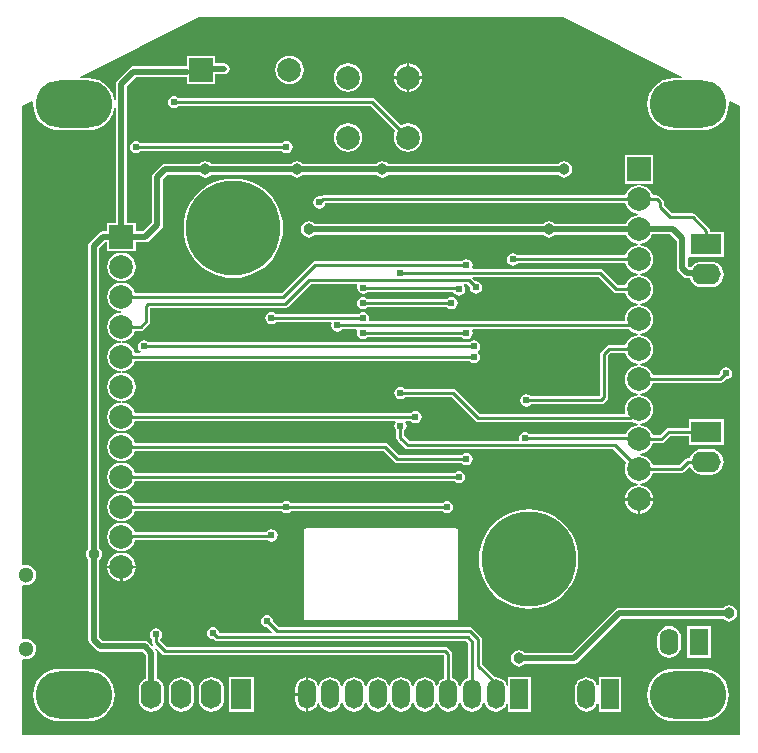
<source format=gbl>
G04*
G04 #@! TF.GenerationSoftware,Altium Limited,Altium Designer,22.7.1 (60)*
G04*
G04 Layer_Physical_Order=2*
G04 Layer_Color=16711680*
%FSLAX44Y44*%
%MOMM*%
G71*
G04*
G04 #@! TF.SameCoordinates,19F2358B-4240-49B2-A54B-8FB7877D19E4*
G04*
G04*
G04 #@! TF.FilePolarity,Positive*
G04*
G01*
G75*
%ADD12C,0.2540*%
%ADD64C,0.5080*%
%ADD66C,2.0000*%
%ADD67R,2.0000X2.0000*%
%ADD68C,8.0000*%
%ADD69R,2.5000X1.7500*%
%ADD70O,2.5000X1.7500*%
%ADD71O,1.7500X2.5000*%
%ADD72R,1.7500X2.5000*%
%ADD73O,1.5000X2.5000*%
%ADD74R,1.5000X2.5000*%
%ADD75C,1.3000*%
%ADD76O,6.5000X4.0000*%
%ADD77O,1.6000X2.2500*%
%ADD78R,1.6000X2.2500*%
%ADD79C,0.9652*%
%ADD80C,0.6096*%
G36*
X569582Y568375D02*
X569291Y567139D01*
X562500D01*
X558181Y566713D01*
X554028Y565453D01*
X550200Y563408D01*
X546846Y560654D01*
X544092Y557299D01*
X542047Y553472D01*
X540787Y549319D01*
X540361Y545000D01*
X540787Y540681D01*
X542047Y536528D01*
X544092Y532701D01*
X546846Y529346D01*
X550200Y526592D01*
X554028Y524547D01*
X558181Y523287D01*
X562500Y522861D01*
X587500D01*
X591819Y523287D01*
X595972Y524547D01*
X599799Y526592D01*
X603154Y529346D01*
X605908Y532701D01*
X607953Y536528D01*
X609213Y540681D01*
X609639Y545000D01*
X609421Y547212D01*
X610467Y547932D01*
X618933Y543699D01*
X618933Y10987D01*
X10987D01*
Y74908D01*
X12257Y75651D01*
X14210Y75394D01*
X16437Y75688D01*
X18513Y76547D01*
X20295Y77915D01*
X21663Y79697D01*
X22522Y81773D01*
X22816Y84000D01*
X22522Y86227D01*
X21663Y88303D01*
X20295Y90085D01*
X18513Y91453D01*
X16437Y92312D01*
X14210Y92606D01*
X12257Y92348D01*
X10987Y93092D01*
Y137408D01*
X12257Y138152D01*
X14210Y137894D01*
X16437Y138188D01*
X18513Y139047D01*
X20295Y140415D01*
X21663Y142197D01*
X22522Y144273D01*
X22816Y146500D01*
X22522Y148727D01*
X21663Y150803D01*
X20295Y152585D01*
X18513Y153953D01*
X16437Y154812D01*
X14210Y155106D01*
X12257Y154848D01*
X10987Y155592D01*
X10987Y543699D01*
X19537Y547975D01*
X20584Y547255D01*
X20361Y545000D01*
X20787Y540681D01*
X22047Y536528D01*
X24092Y532701D01*
X26846Y529346D01*
X30200Y526592D01*
X34028Y524547D01*
X38181Y523287D01*
X42500Y522861D01*
X67500D01*
X71819Y523287D01*
X75972Y524547D01*
X79799Y526592D01*
X83154Y529346D01*
X85907Y532701D01*
X87953Y536528D01*
X89213Y540681D01*
X89318Y541750D01*
X90588Y541687D01*
Y444782D01*
X83218D01*
Y437412D01*
X79250D01*
X77466Y437057D01*
X75954Y436046D01*
X68673Y428766D01*
X67663Y427253D01*
X67308Y425470D01*
Y169056D01*
X67078Y168879D01*
X65979Y167447D01*
X65288Y165779D01*
X65052Y163988D01*
X65288Y162198D01*
X65979Y160530D01*
X67078Y159097D01*
X67308Y158921D01*
Y91540D01*
X67663Y89757D01*
X68673Y88244D01*
X74174Y82744D01*
X75686Y81733D01*
X77470Y81378D01*
X113203D01*
X115988Y78593D01*
Y58889D01*
X115212Y58568D01*
X112960Y56840D01*
X111232Y54587D01*
X110146Y51965D01*
X109775Y49150D01*
Y41650D01*
X110146Y38835D01*
X111232Y36212D01*
X112960Y33960D01*
X115212Y32232D01*
X117835Y31146D01*
X120650Y30775D01*
X123465Y31146D01*
X126088Y32232D01*
X128340Y33960D01*
X130068Y36212D01*
X131154Y38835D01*
X131525Y41650D01*
Y49150D01*
X131154Y51965D01*
X130068Y54587D01*
X128340Y56840D01*
X126088Y58568D01*
X125312Y58889D01*
Y80524D01*
X124957Y82308D01*
X123946Y83820D01*
X124854Y84695D01*
X129699Y79849D01*
X130792Y79120D01*
X132080Y78863D01*
X368176D01*
X368733Y78305D01*
Y59323D01*
X367293Y58726D01*
X365302Y57198D01*
X363774Y55207D01*
X362813Y52888D01*
X362741Y52335D01*
X361460D01*
X361387Y52888D01*
X360426Y55207D01*
X358898Y57198D01*
X356907Y58726D01*
X354588Y59687D01*
X352100Y60014D01*
X349612Y59687D01*
X347293Y58726D01*
X345302Y57198D01*
X343774Y55207D01*
X342813Y52888D01*
X342741Y52335D01*
X341460D01*
X341387Y52888D01*
X340426Y55207D01*
X338898Y57198D01*
X336907Y58726D01*
X334588Y59687D01*
X332100Y60014D01*
X329612Y59687D01*
X327293Y58726D01*
X325302Y57198D01*
X323774Y55207D01*
X322813Y52888D01*
X322741Y52335D01*
X321460D01*
X321387Y52888D01*
X320426Y55207D01*
X318898Y57198D01*
X316907Y58726D01*
X314588Y59687D01*
X312100Y60014D01*
X309612Y59687D01*
X307293Y58726D01*
X305302Y57198D01*
X303774Y55207D01*
X302813Y52888D01*
X302740Y52335D01*
X301460D01*
X301387Y52888D01*
X300426Y55207D01*
X298898Y57198D01*
X296907Y58726D01*
X294588Y59687D01*
X292100Y60014D01*
X289612Y59687D01*
X287293Y58726D01*
X285302Y57198D01*
X283774Y55207D01*
X282813Y52888D01*
X282740Y52335D01*
X281460D01*
X281387Y52888D01*
X280426Y55207D01*
X278898Y57198D01*
X276907Y58726D01*
X274588Y59687D01*
X272100Y60014D01*
X269612Y59687D01*
X267293Y58726D01*
X265302Y57198D01*
X263774Y55207D01*
X262813Y52888D01*
X262740Y52335D01*
X261460D01*
X261387Y52888D01*
X260426Y55207D01*
X258898Y57198D01*
X256907Y58726D01*
X254588Y59687D01*
X253116Y59880D01*
Y45400D01*
Y30919D01*
X254588Y31113D01*
X256907Y32074D01*
X258898Y33602D01*
X260426Y35593D01*
X261387Y37912D01*
X261460Y38465D01*
X262740D01*
X262813Y37912D01*
X263774Y35593D01*
X265302Y33602D01*
X267293Y32074D01*
X269612Y31113D01*
X272100Y30786D01*
X274588Y31113D01*
X276907Y32074D01*
X278898Y33602D01*
X280426Y35593D01*
X281387Y37912D01*
X281460Y38465D01*
X282740D01*
X282813Y37912D01*
X283774Y35593D01*
X285302Y33602D01*
X287293Y32074D01*
X289612Y31113D01*
X292100Y30786D01*
X294588Y31113D01*
X296907Y32074D01*
X298898Y33602D01*
X300426Y35593D01*
X301387Y37912D01*
X301460Y38465D01*
X302740D01*
X302813Y37912D01*
X303774Y35593D01*
X305302Y33602D01*
X307293Y32074D01*
X309612Y31113D01*
X312100Y30786D01*
X314588Y31113D01*
X316907Y32074D01*
X318898Y33602D01*
X320426Y35593D01*
X321387Y37912D01*
X321460Y38465D01*
X322741D01*
X322813Y37912D01*
X323774Y35593D01*
X325302Y33602D01*
X327293Y32074D01*
X329612Y31113D01*
X332100Y30786D01*
X334588Y31113D01*
X336907Y32074D01*
X338898Y33602D01*
X340426Y35593D01*
X341387Y37912D01*
X341460Y38465D01*
X342741D01*
X342813Y37912D01*
X343774Y35593D01*
X345302Y33602D01*
X347293Y32074D01*
X349612Y31113D01*
X352100Y30786D01*
X354588Y31113D01*
X356907Y32074D01*
X358898Y33602D01*
X360426Y35593D01*
X361387Y37912D01*
X361460Y38465D01*
X362741D01*
X362813Y37912D01*
X363774Y35593D01*
X365302Y33602D01*
X367293Y32074D01*
X369612Y31113D01*
X372100Y30786D01*
X374588Y31113D01*
X376907Y32074D01*
X378898Y33602D01*
X380426Y35593D01*
X381387Y37912D01*
X381460Y38465D01*
X382741D01*
X382813Y37912D01*
X383774Y35593D01*
X385302Y33602D01*
X387293Y32074D01*
X389612Y31113D01*
X392100Y30786D01*
X394588Y31113D01*
X396907Y32074D01*
X398898Y33602D01*
X400426Y35593D01*
X401387Y37912D01*
X401460Y38465D01*
X402741D01*
X402813Y37912D01*
X403774Y35593D01*
X405302Y33602D01*
X407293Y32074D01*
X409612Y31113D01*
X412100Y30786D01*
X414588Y31113D01*
X416907Y32074D01*
X418898Y33602D01*
X420426Y35593D01*
X421387Y37912D01*
X422568Y37611D01*
Y30868D01*
X441632D01*
Y59932D01*
X422568D01*
Y53189D01*
X421387Y52888D01*
X420426Y55207D01*
X418898Y57198D01*
X416907Y58726D01*
X414588Y59687D01*
X412100Y60014D01*
X411823Y59978D01*
X400877Y70925D01*
Y91954D01*
X400620Y93243D01*
X399891Y94335D01*
X393105Y101121D01*
X392013Y101850D01*
X390724Y102107D01*
X228724D01*
X223550Y107281D01*
X223619Y107630D01*
X223225Y109612D01*
X222103Y111292D01*
X220422Y112415D01*
X218440Y112809D01*
X216458Y112415D01*
X214778Y111292D01*
X213655Y109612D01*
X213260Y107630D01*
X213655Y105648D01*
X214778Y103968D01*
X216458Y102845D01*
X218440Y102451D01*
X218789Y102520D01*
X223109Y98200D01*
X222623Y97027D01*
X179106D01*
X177899Y97470D01*
X177505Y99452D01*
X176383Y101132D01*
X174702Y102255D01*
X172720Y102649D01*
X170738Y102255D01*
X169058Y101132D01*
X167935Y99452D01*
X167540Y97470D01*
X167935Y95488D01*
X169058Y93807D01*
X170738Y92685D01*
X172720Y92290D01*
X173069Y92360D01*
X174149Y91279D01*
X175242Y90550D01*
X176530Y90293D01*
X387225D01*
X388733Y88785D01*
Y59323D01*
X387293Y58726D01*
X385302Y57198D01*
X383774Y55207D01*
X382813Y52888D01*
X382741Y52335D01*
X381460D01*
X381387Y52888D01*
X380426Y55207D01*
X378898Y57198D01*
X376907Y58726D01*
X375467Y59323D01*
Y79700D01*
X375210Y80988D01*
X374481Y82081D01*
X371951Y84611D01*
X370858Y85340D01*
X369570Y85597D01*
X133475D01*
X127911Y91160D01*
X127988Y92448D01*
X128123Y92537D01*
X129245Y94218D01*
X129640Y96200D01*
X129245Y98182D01*
X128123Y99862D01*
X126442Y100985D01*
X124460Y101379D01*
X122478Y100985D01*
X120798Y99862D01*
X119675Y98182D01*
X119281Y96200D01*
X119675Y94218D01*
X120798Y92537D01*
X121093Y92340D01*
Y89850D01*
X121350Y88562D01*
X122079Y87469D01*
X121172Y86595D01*
X118430Y89336D01*
X116918Y90347D01*
X115134Y90702D01*
X79401D01*
X76631Y93471D01*
Y158921D01*
X76861Y159097D01*
X77960Y160530D01*
X78651Y162198D01*
X78887Y163988D01*
X78651Y165779D01*
X77960Y167447D01*
X76861Y168879D01*
X76631Y169056D01*
Y423539D01*
X81181Y428088D01*
X83218D01*
Y420718D01*
X94879D01*
X94963Y419448D01*
X94327Y419364D01*
X92109Y419072D01*
X89182Y417860D01*
X86669Y415931D01*
X84740Y413418D01*
X83528Y410491D01*
X83114Y407350D01*
X83528Y404209D01*
X84740Y401282D01*
X86669Y398769D01*
X89182Y396840D01*
X92109Y395628D01*
X94565Y395304D01*
X94670Y395290D01*
Y394010D01*
X94565Y393996D01*
X92109Y393672D01*
X89182Y392460D01*
X86669Y390531D01*
X84740Y388018D01*
X83528Y385091D01*
X83114Y381950D01*
X83528Y378809D01*
X84740Y375882D01*
X86669Y373369D01*
X89182Y371440D01*
X92109Y370228D01*
X94670Y369891D01*
Y368610D01*
X92109Y368272D01*
X89182Y367060D01*
X86669Y365131D01*
X84740Y362618D01*
X83528Y359691D01*
X83114Y356550D01*
X83528Y353409D01*
X84740Y350482D01*
X86669Y347969D01*
X89182Y346040D01*
X92109Y344828D01*
X94670Y344491D01*
Y343209D01*
X92109Y342872D01*
X89182Y341660D01*
X86669Y339731D01*
X84740Y337218D01*
X83528Y334291D01*
X83114Y331150D01*
X83528Y328009D01*
X84740Y325082D01*
X86669Y322569D01*
X89182Y320640D01*
X92109Y319428D01*
X94670Y319090D01*
Y317810D01*
X92109Y317472D01*
X89182Y316260D01*
X86669Y314331D01*
X84740Y311818D01*
X83528Y308891D01*
X83114Y305750D01*
X83528Y302609D01*
X84740Y299682D01*
X86669Y297169D01*
X89182Y295240D01*
X92109Y294028D01*
X94670Y293690D01*
Y292409D01*
X92109Y292072D01*
X89182Y290860D01*
X86669Y288931D01*
X84740Y286418D01*
X83528Y283491D01*
X83114Y280350D01*
X83528Y277209D01*
X84740Y274282D01*
X86669Y271769D01*
X89182Y269840D01*
X92109Y268628D01*
X94565Y268304D01*
X94670Y268290D01*
Y267010D01*
X94565Y266996D01*
X92109Y266672D01*
X89182Y265460D01*
X86669Y263531D01*
X84740Y261018D01*
X83528Y258091D01*
X83114Y254950D01*
X83528Y251809D01*
X84740Y248882D01*
X86669Y246369D01*
X89182Y244440D01*
X92109Y243228D01*
X94565Y242904D01*
X94670Y242890D01*
Y241610D01*
X94565Y241596D01*
X92109Y241272D01*
X89182Y240060D01*
X86669Y238131D01*
X84740Y235618D01*
X83528Y232691D01*
X83114Y229550D01*
X83528Y226409D01*
X84740Y223482D01*
X86669Y220969D01*
X89182Y219040D01*
X92109Y217828D01*
X94565Y217504D01*
X94670Y217490D01*
Y216210D01*
X94565Y216196D01*
X92109Y215872D01*
X89182Y214660D01*
X86669Y212731D01*
X84740Y210218D01*
X83528Y207291D01*
X83114Y204150D01*
X83528Y201009D01*
X84740Y198082D01*
X86669Y195569D01*
X89182Y193640D01*
X92109Y192428D01*
X94565Y192104D01*
X94670Y192090D01*
Y190810D01*
X94565Y190796D01*
X92109Y190472D01*
X89182Y189260D01*
X86669Y187331D01*
X84740Y184818D01*
X83528Y181891D01*
X83114Y178750D01*
X83528Y175609D01*
X84740Y172682D01*
X86669Y170169D01*
X89182Y168240D01*
X92109Y167028D01*
X94565Y166704D01*
X94670Y166690D01*
Y165410D01*
X94565Y165396D01*
X92109Y165072D01*
X89182Y163860D01*
X86669Y161931D01*
X84740Y159418D01*
X83528Y156491D01*
X83248Y154366D01*
X107252D01*
X106972Y156491D01*
X105760Y159418D01*
X103831Y161931D01*
X101318Y163860D01*
X98391Y165072D01*
X95935Y165396D01*
X95830Y165410D01*
Y166690D01*
X95935Y166704D01*
X98391Y167028D01*
X101318Y168240D01*
X103831Y170169D01*
X105760Y172682D01*
X106972Y175609D01*
X107059Y176264D01*
X218727D01*
X220268Y175235D01*
X222250Y174841D01*
X224232Y175235D01*
X225912Y176357D01*
X227035Y178038D01*
X227430Y180020D01*
X227035Y182002D01*
X225912Y183682D01*
X224232Y184805D01*
X222250Y185200D01*
X220268Y184805D01*
X218587Y183682D01*
X218130Y182998D01*
X106514D01*
X105760Y184818D01*
X103831Y187331D01*
X101318Y189260D01*
X98391Y190472D01*
X95935Y190796D01*
X95830Y190810D01*
Y192090D01*
X95935Y192104D01*
X98391Y192428D01*
X101318Y193640D01*
X103831Y195569D01*
X105760Y198082D01*
X106879Y200783D01*
X231090D01*
X231287Y200487D01*
X232968Y199365D01*
X234950Y198971D01*
X236932Y199365D01*
X238612Y200487D01*
X238810Y200783D01*
X366980D01*
X367178Y200487D01*
X368858Y199365D01*
X370840Y198971D01*
X372822Y199365D01*
X374502Y200487D01*
X375625Y202168D01*
X376020Y204150D01*
X375625Y206132D01*
X374502Y207812D01*
X372822Y208935D01*
X370840Y209329D01*
X368858Y208935D01*
X367178Y207812D01*
X366980Y207517D01*
X238810D01*
X238612Y207812D01*
X236932Y208935D01*
X234950Y209329D01*
X232968Y208935D01*
X231287Y207812D01*
X231090Y207517D01*
X106879D01*
X105760Y210218D01*
X103831Y212731D01*
X101318Y214660D01*
X98391Y215872D01*
X95935Y216196D01*
X95830Y216210D01*
Y217490D01*
X95935Y217504D01*
X98391Y217828D01*
X101318Y219040D01*
X103831Y220969D01*
X105760Y223482D01*
X106879Y226183D01*
X377140D01*
X377337Y225888D01*
X379018Y224765D01*
X381000Y224370D01*
X382982Y224765D01*
X384663Y225888D01*
X385785Y227568D01*
X386180Y229550D01*
X385785Y231532D01*
X384663Y233213D01*
X382982Y234335D01*
X381000Y234729D01*
X379018Y234335D01*
X377337Y233213D01*
X377140Y232917D01*
X106879D01*
X105760Y235618D01*
X103831Y238131D01*
X101318Y240060D01*
X98391Y241272D01*
X95935Y241596D01*
X95830Y241610D01*
Y242890D01*
X95935Y242904D01*
X98391Y243228D01*
X101318Y244440D01*
X103831Y246369D01*
X105760Y248882D01*
X106879Y251583D01*
X317376D01*
X326549Y242409D01*
X327642Y241680D01*
X328930Y241423D01*
X383490D01*
X383688Y241127D01*
X385368Y240005D01*
X387350Y239611D01*
X389332Y240005D01*
X391012Y241127D01*
X392135Y242808D01*
X392529Y244790D01*
X392135Y246772D01*
X391012Y248452D01*
X389332Y249575D01*
X387350Y249970D01*
X385368Y249575D01*
X383688Y248452D01*
X383490Y248157D01*
X330325D01*
X321151Y257331D01*
X320058Y258060D01*
X318770Y258317D01*
X106879D01*
X105760Y261018D01*
X103831Y263531D01*
X101318Y265460D01*
X98391Y266672D01*
X95935Y266996D01*
X95830Y267010D01*
Y268290D01*
X95935Y268304D01*
X98391Y268628D01*
X101318Y269840D01*
X103831Y271769D01*
X105760Y274282D01*
X106879Y276983D01*
X326675D01*
X327354Y275713D01*
X326685Y274712D01*
X326291Y272730D01*
X326685Y270748D01*
X327808Y269067D01*
X328103Y268870D01*
Y262570D01*
X328360Y261282D01*
X329089Y260189D01*
X335439Y253839D01*
X336532Y253110D01*
X337820Y252853D01*
X511685D01*
X522797Y241742D01*
X521678Y239041D01*
X521264Y235900D01*
X521678Y232759D01*
X522890Y229832D01*
X524819Y227319D01*
X527332Y225390D01*
X530259Y224178D01*
X532715Y223854D01*
X532820Y223840D01*
Y222560D01*
X532715Y222546D01*
X530259Y222222D01*
X527332Y221010D01*
X524819Y219081D01*
X522890Y216568D01*
X521678Y213641D01*
X521398Y211516D01*
X545402D01*
X545122Y213641D01*
X543910Y216568D01*
X541981Y219081D01*
X539468Y221010D01*
X536541Y222222D01*
X534085Y222546D01*
X533980Y222560D01*
Y223840D01*
X534085Y223854D01*
X536541Y224178D01*
X539468Y225390D01*
X541981Y227319D01*
X543910Y229832D01*
X545029Y232533D01*
X568960D01*
X570248Y232790D01*
X571341Y233519D01*
X575769Y237948D01*
X577014Y237700D01*
X577382Y236812D01*
X579110Y234560D01*
X581362Y232832D01*
X583985Y231745D01*
X586800Y231375D01*
X594300D01*
X597115Y231745D01*
X599738Y232832D01*
X601990Y234560D01*
X603718Y236812D01*
X604804Y239435D01*
X605175Y242250D01*
X604804Y245065D01*
X603718Y247687D01*
X601990Y249940D01*
X599738Y251668D01*
X597115Y252754D01*
X594300Y253125D01*
X586800D01*
X583985Y252754D01*
X581362Y251668D01*
X579110Y249940D01*
X577382Y247687D01*
X576524Y245617D01*
X575310D01*
X574022Y245360D01*
X572929Y244631D01*
X567565Y239267D01*
X545029D01*
X543910Y241968D01*
X541981Y244481D01*
X539468Y246410D01*
X536541Y247622D01*
X533980Y247959D01*
Y249240D01*
X536541Y249578D01*
X539468Y250790D01*
X541981Y252719D01*
X543910Y255232D01*
X545029Y257933D01*
X552450D01*
X553738Y258190D01*
X554831Y258919D01*
X560195Y264283D01*
X576018D01*
Y256868D01*
X605082D01*
Y278432D01*
X576018D01*
Y271017D01*
X558800D01*
X557512Y270760D01*
X556419Y270031D01*
X551055Y264667D01*
X545029D01*
X543910Y267368D01*
X541981Y269881D01*
X539468Y271810D01*
X536541Y273022D01*
X533980Y273360D01*
Y274641D01*
X536541Y274978D01*
X539468Y276190D01*
X541981Y278119D01*
X543910Y280632D01*
X545122Y283559D01*
X545536Y286700D01*
X545122Y289841D01*
X543910Y292768D01*
X541981Y295281D01*
X539468Y297210D01*
X536541Y298422D01*
X533980Y298759D01*
Y300040D01*
X536541Y300378D01*
X539468Y301590D01*
X541981Y303519D01*
X543910Y306032D01*
X545029Y308733D01*
X601880D01*
X603169Y308990D01*
X604261Y309719D01*
X606711Y312169D01*
X607060Y312100D01*
X609042Y312494D01*
X610723Y313617D01*
X611845Y315297D01*
X612239Y317279D01*
X611845Y319262D01*
X610723Y320942D01*
X609042Y322065D01*
X607060Y322459D01*
X605078Y322065D01*
X603397Y320942D01*
X602275Y319262D01*
X601880Y317279D01*
X601950Y316931D01*
X600486Y315467D01*
X545029D01*
X543910Y318168D01*
X541981Y320681D01*
X539468Y322610D01*
X536541Y323822D01*
X533980Y324160D01*
Y325440D01*
X536541Y325778D01*
X539468Y326990D01*
X541981Y328919D01*
X543910Y331432D01*
X545122Y334359D01*
X545536Y337500D01*
X545122Y340641D01*
X543910Y343568D01*
X541981Y346081D01*
X539468Y348010D01*
X536541Y349222D01*
X533980Y349560D01*
Y350840D01*
X536541Y351178D01*
X539468Y352390D01*
X541981Y354319D01*
X543910Y356832D01*
X545122Y359759D01*
X545536Y362900D01*
X545122Y366041D01*
X543910Y368968D01*
X541981Y371481D01*
X539468Y373410D01*
X536541Y374622D01*
X533980Y374959D01*
Y376241D01*
X536541Y376578D01*
X539468Y377790D01*
X541981Y379719D01*
X543910Y382232D01*
X545122Y385159D01*
X545536Y388300D01*
X545122Y391441D01*
X543910Y394368D01*
X541981Y396881D01*
X539468Y398810D01*
X536541Y400022D01*
X534085Y400346D01*
X533980Y400360D01*
Y401640D01*
X534085Y401654D01*
X536541Y401978D01*
X539468Y403190D01*
X541981Y405119D01*
X543910Y407632D01*
X545122Y410559D01*
X545536Y413700D01*
X545122Y416841D01*
X543910Y419768D01*
X541981Y422281D01*
X539468Y424210D01*
X536541Y425422D01*
X534085Y425746D01*
X533980Y425760D01*
Y427040D01*
X534085Y427054D01*
X536541Y427378D01*
X539468Y428590D01*
X541981Y430519D01*
X543910Y433032D01*
X544756Y435074D01*
X560044D01*
X565568Y429549D01*
Y406080D01*
X565923Y404296D01*
X566934Y402784D01*
X570744Y398974D01*
X572256Y397963D01*
X574040Y397608D01*
X576535D01*
X577382Y395563D01*
X579110Y393310D01*
X581362Y391582D01*
X583985Y390495D01*
X586800Y390125D01*
X594300D01*
X597115Y390495D01*
X599738Y391582D01*
X601990Y393310D01*
X603718Y395563D01*
X604804Y398185D01*
X605175Y401000D01*
X604804Y403815D01*
X603718Y406437D01*
X601990Y408690D01*
X599738Y410418D01*
X597115Y411505D01*
X594300Y411875D01*
X586800D01*
X583985Y411505D01*
X581362Y410418D01*
X579110Y408690D01*
X577761Y406932D01*
X575971D01*
X574892Y408011D01*
Y415271D01*
X576018Y415618D01*
X576162Y415618D01*
X605082D01*
Y437182D01*
X593917D01*
Y437830D01*
X593660Y439118D01*
X592931Y440211D01*
X581501Y451641D01*
X580408Y452370D01*
X579120Y452627D01*
X561465D01*
X554547Y459544D01*
Y461960D01*
X554290Y463248D01*
X553561Y464341D01*
X551021Y466881D01*
X549928Y467610D01*
X548640Y467867D01*
X545029D01*
X543910Y470568D01*
X541981Y473081D01*
X539468Y475010D01*
X536541Y476222D01*
X534323Y476514D01*
X533688Y476598D01*
X533771Y477868D01*
X545432D01*
Y501932D01*
X521368D01*
Y477868D01*
X533029D01*
X533112Y476598D01*
X532477Y476514D01*
X530259Y476222D01*
X527332Y475010D01*
X524819Y473081D01*
X522890Y470568D01*
X521771Y467867D01*
X265980D01*
X264692Y467610D01*
X263735Y466971D01*
X262890Y467140D01*
X260908Y466745D01*
X259228Y465622D01*
X258105Y463942D01*
X257710Y461960D01*
X258105Y459978D01*
X259228Y458298D01*
X260908Y457175D01*
X262890Y456781D01*
X264872Y457175D01*
X266553Y458298D01*
X267675Y459978D01*
X267905Y461133D01*
X521771D01*
X522890Y458432D01*
X524819Y455919D01*
X527332Y453990D01*
X530259Y452778D01*
X532820Y452440D01*
Y451160D01*
X530259Y450822D01*
X527332Y449610D01*
X524819Y447681D01*
X522890Y445168D01*
X522308Y443762D01*
X462267D01*
X462091Y443991D01*
X460659Y445090D01*
X458990Y445782D01*
X457200Y446017D01*
X455410Y445782D01*
X453741Y445090D01*
X452309Y443991D01*
X452133Y443762D01*
X259067D01*
X258891Y443991D01*
X257459Y445090D01*
X255790Y445782D01*
X254000Y446017D01*
X252210Y445782D01*
X250541Y445090D01*
X249109Y443991D01*
X248009Y442559D01*
X247318Y440890D01*
X247083Y439100D01*
X247318Y437310D01*
X248009Y435641D01*
X249109Y434209D01*
X250541Y433110D01*
X252210Y432419D01*
X254000Y432183D01*
X255790Y432419D01*
X257459Y433110D01*
X258891Y434209D01*
X259067Y434439D01*
X452133D01*
X452309Y434209D01*
X453741Y433110D01*
X455410Y432419D01*
X457200Y432183D01*
X458990Y432419D01*
X460659Y433110D01*
X462091Y434209D01*
X462267Y434439D01*
X522308D01*
X522890Y433032D01*
X524819Y430519D01*
X527332Y428590D01*
X530259Y427378D01*
X532715Y427054D01*
X532820Y427040D01*
Y425760D01*
X532715Y425746D01*
X530259Y425422D01*
X527332Y424210D01*
X524819Y422281D01*
X522890Y419768D01*
X521771Y417067D01*
X430580D01*
X430382Y417363D01*
X428702Y418485D01*
X426720Y418880D01*
X424738Y418485D01*
X423058Y417363D01*
X421935Y415682D01*
X421540Y413700D01*
X421935Y411718D01*
X423058Y410037D01*
X424738Y408915D01*
X426720Y408521D01*
X428702Y408915D01*
X430382Y410037D01*
X430580Y410333D01*
X521771D01*
X522890Y407632D01*
X524819Y405119D01*
X527332Y403190D01*
X530259Y401978D01*
X532715Y401654D01*
X532820Y401640D01*
Y400360D01*
X532715Y400346D01*
X530259Y400022D01*
X527332Y398810D01*
X524819Y396881D01*
X522890Y394368D01*
X521771Y391667D01*
X515745D01*
X502761Y404651D01*
X501668Y405380D01*
X500380Y405637D01*
X392877D01*
X392189Y406907D01*
X392529Y408620D01*
X392135Y410602D01*
X391012Y412282D01*
X389332Y413405D01*
X387350Y413800D01*
X385368Y413405D01*
X383688Y412282D01*
X383490Y411987D01*
X259080D01*
X257792Y411730D01*
X256699Y411001D01*
X231015Y385317D01*
X106879D01*
X105760Y388018D01*
X103831Y390531D01*
X101318Y392460D01*
X98391Y393672D01*
X95935Y393996D01*
X95830Y394010D01*
Y395290D01*
X95935Y395304D01*
X98391Y395628D01*
X101318Y396840D01*
X103831Y398769D01*
X105760Y401282D01*
X106972Y404209D01*
X107386Y407350D01*
X106972Y410491D01*
X105760Y413418D01*
X103831Y415931D01*
X101318Y417860D01*
X98391Y419072D01*
X96173Y419364D01*
X95538Y419448D01*
X95621Y420718D01*
X107282D01*
Y428088D01*
X115570D01*
X117354Y428443D01*
X118866Y429454D01*
X129026Y439614D01*
X130037Y441126D01*
X130392Y442910D01*
Y481619D01*
X134011Y485238D01*
X161303D01*
X161479Y485009D01*
X162911Y483909D01*
X164580Y483218D01*
X166370Y482983D01*
X168160Y483218D01*
X169829Y483909D01*
X171261Y485009D01*
X171437Y485238D01*
X238773D01*
X238949Y485009D01*
X240381Y483909D01*
X242050Y483218D01*
X243840Y482983D01*
X245630Y483218D01*
X247299Y483909D01*
X248731Y485009D01*
X248907Y485238D01*
X311163D01*
X311339Y485009D01*
X312771Y483909D01*
X314440Y483218D01*
X316230Y482983D01*
X318020Y483218D01*
X319689Y483909D01*
X321121Y485009D01*
X321297Y485238D01*
X351790D01*
X351790Y485238D01*
X464833D01*
X465009Y485009D01*
X466441Y483909D01*
X468110Y483218D01*
X469900Y482983D01*
X471690Y483218D01*
X473359Y483909D01*
X474791Y485009D01*
X475891Y486441D01*
X476581Y488110D01*
X476817Y489900D01*
X476581Y491690D01*
X475891Y493359D01*
X474791Y494791D01*
X473359Y495891D01*
X471690Y496581D01*
X469900Y496817D01*
X468110Y496581D01*
X466441Y495891D01*
X465009Y494791D01*
X464833Y494562D01*
X351790D01*
X351790Y494562D01*
X321297D01*
X321121Y494791D01*
X319689Y495890D01*
X318020Y496581D01*
X316230Y496817D01*
X314440Y496581D01*
X312771Y495890D01*
X311339Y494791D01*
X311163Y494562D01*
X248907D01*
X248731Y494791D01*
X247299Y495891D01*
X245630Y496581D01*
X243840Y496817D01*
X242050Y496581D01*
X240381Y495891D01*
X238949Y494791D01*
X238773Y494562D01*
X171437D01*
X171261Y494791D01*
X169829Y495891D01*
X168160Y496581D01*
X166370Y496817D01*
X164580Y496581D01*
X162911Y495891D01*
X161479Y494791D01*
X161303Y494562D01*
X132080D01*
X130296Y494207D01*
X128784Y493196D01*
X122434Y486846D01*
X121423Y485334D01*
X121068Y483550D01*
Y444841D01*
X113639Y437412D01*
X107282D01*
Y444782D01*
X99912D01*
Y560359D01*
X107342Y567789D01*
X150528D01*
Y562008D01*
X174592D01*
Y570329D01*
X182131D01*
X183915Y570684D01*
X185427Y571695D01*
X186437Y573207D01*
X186792Y574991D01*
X186437Y576775D01*
X185427Y578287D01*
X183915Y579297D01*
X182131Y579652D01*
X174592D01*
Y586072D01*
X150528D01*
Y577112D01*
X105411D01*
X103627Y576758D01*
X102115Y575747D01*
X91954Y565586D01*
X90943Y564074D01*
X90588Y562290D01*
Y548313D01*
X89318Y548250D01*
X89213Y549319D01*
X87953Y553472D01*
X85907Y557299D01*
X83154Y560654D01*
X79799Y563408D01*
X75972Y565453D01*
X71819Y566713D01*
X67500Y567139D01*
X60629D01*
X60337Y568375D01*
X160815Y618613D01*
X469105D01*
X569582Y568375D01*
D02*
G37*
G36*
X511969Y385919D02*
X513062Y385190D01*
X514350Y384933D01*
X521771D01*
X522890Y382232D01*
X524819Y379719D01*
X527332Y377790D01*
X530259Y376578D01*
X532820Y376241D01*
Y374959D01*
X530259Y374622D01*
X527332Y373410D01*
X524819Y371481D01*
X522890Y368968D01*
X521678Y366041D01*
X521264Y362900D01*
X521364Y362141D01*
X520527Y361187D01*
X305247D01*
X304559Y362457D01*
X304900Y364170D01*
X304505Y366152D01*
X303382Y367832D01*
X301702Y368955D01*
X299720Y369350D01*
X297738Y368955D01*
X296057Y367832D01*
X295860Y367537D01*
X226110D01*
X225912Y367832D01*
X224232Y368955D01*
X222250Y369350D01*
X220268Y368955D01*
X218587Y367832D01*
X217465Y366152D01*
X217071Y364170D01*
X217465Y362188D01*
X218587Y360508D01*
X220268Y359385D01*
X222250Y358991D01*
X224232Y359385D01*
X225912Y360508D01*
X226110Y360803D01*
X272603D01*
X273291Y359533D01*
X272950Y357820D01*
X273345Y355838D01*
X274468Y354157D01*
X276148Y353035D01*
X278130Y352640D01*
X280112Y353035D01*
X281793Y354157D01*
X281990Y354453D01*
X294193D01*
X294881Y353183D01*
X294541Y351470D01*
X294935Y349488D01*
X296057Y347808D01*
X297738Y346685D01*
X299720Y346291D01*
X301702Y346685D01*
X303382Y347808D01*
X303580Y348103D01*
X383490D01*
X383688Y347808D01*
X385368Y346685D01*
X387350Y346291D01*
X389332Y346685D01*
X391012Y347808D01*
X392135Y349488D01*
X392529Y351470D01*
X392189Y353183D01*
X392877Y354453D01*
X524715D01*
X524819Y354319D01*
X527332Y352390D01*
X530259Y351178D01*
X532820Y350840D01*
Y349560D01*
X530259Y349222D01*
X527332Y348010D01*
X524819Y346081D01*
X522890Y343568D01*
X521771Y340867D01*
X507950D01*
X506662Y340610D01*
X505569Y339881D01*
X501809Y336121D01*
X501080Y335028D01*
X500823Y333740D01*
Y298255D01*
X500256Y297687D01*
X442010D01*
X441813Y297983D01*
X440132Y299105D01*
X438150Y299499D01*
X436168Y299105D01*
X434487Y297983D01*
X433365Y296302D01*
X432971Y294320D01*
X433365Y292338D01*
X434487Y290658D01*
X436168Y289535D01*
X438150Y289140D01*
X440132Y289535D01*
X441813Y290658D01*
X442010Y290953D01*
X501650D01*
X502938Y291210D01*
X504031Y291939D01*
X506571Y294479D01*
X507300Y295572D01*
X507557Y296860D01*
Y332346D01*
X509344Y334133D01*
X521771D01*
X522890Y331432D01*
X524819Y328919D01*
X527332Y326990D01*
X530259Y325778D01*
X532820Y325440D01*
Y324160D01*
X530259Y323822D01*
X527332Y322610D01*
X524819Y320681D01*
X522890Y318168D01*
X521678Y315241D01*
X521264Y312100D01*
X521678Y308959D01*
X522890Y306032D01*
X524819Y303519D01*
X527332Y301590D01*
X530259Y300378D01*
X532820Y300040D01*
Y298759D01*
X530259Y298422D01*
X527332Y297210D01*
X524819Y295281D01*
X522890Y292768D01*
X521678Y289841D01*
X521264Y286700D01*
X521657Y283717D01*
X521518Y283229D01*
X520995Y282447D01*
X398904D01*
X378301Y303051D01*
X377208Y303780D01*
X375920Y304037D01*
X335330D01*
X335132Y304333D01*
X333452Y305455D01*
X331470Y305849D01*
X329488Y305455D01*
X327808Y304333D01*
X326685Y302652D01*
X326291Y300670D01*
X326685Y298688D01*
X327808Y297008D01*
X329488Y295885D01*
X331470Y295490D01*
X333452Y295885D01*
X335132Y297008D01*
X335330Y297303D01*
X374525D01*
X395129Y276699D01*
X396222Y275970D01*
X397510Y275713D01*
X525780D01*
X527068Y275970D01*
X527373Y276173D01*
X530259Y274978D01*
X532820Y274641D01*
Y273360D01*
X530259Y273022D01*
X527332Y271810D01*
X524819Y269881D01*
X522890Y267368D01*
X522297Y265937D01*
X440740D01*
X440542Y266232D01*
X438862Y267355D01*
X436880Y267750D01*
X434898Y267355D01*
X433218Y266232D01*
X432095Y264552D01*
X431701Y262570D01*
X432041Y260857D01*
X431353Y259587D01*
X339215D01*
X334837Y263965D01*
Y268870D01*
X335132Y269067D01*
X336255Y270748D01*
X336650Y272730D01*
X336255Y274712D01*
X335586Y275713D01*
X336265Y276983D01*
X340310D01*
X340508Y276688D01*
X342188Y275565D01*
X344170Y275170D01*
X346152Y275565D01*
X347832Y276688D01*
X348955Y278368D01*
X349350Y280350D01*
X348955Y282332D01*
X347832Y284013D01*
X346152Y285135D01*
X344170Y285529D01*
X342188Y285135D01*
X340508Y284013D01*
X340310Y283717D01*
X106879D01*
X105760Y286418D01*
X103831Y288931D01*
X101318Y290860D01*
X98391Y292072D01*
X95830Y292409D01*
Y293690D01*
X98391Y294028D01*
X101318Y295240D01*
X103831Y297169D01*
X105760Y299682D01*
X106972Y302609D01*
X107386Y305750D01*
X106972Y308891D01*
X105760Y311818D01*
X103831Y314331D01*
X101318Y316260D01*
X98391Y317472D01*
X95830Y317810D01*
Y319090D01*
X98391Y319428D01*
X101318Y320640D01*
X103831Y322569D01*
X105760Y325082D01*
X106879Y327783D01*
X389840D01*
X390037Y327487D01*
X391718Y326365D01*
X393700Y325970D01*
X395682Y326365D01*
X397363Y327487D01*
X398485Y329168D01*
X398880Y331150D01*
X398485Y333132D01*
X397363Y334813D01*
X397142Y334960D01*
Y336230D01*
X397363Y336377D01*
X398485Y338058D01*
X398880Y340040D01*
X398485Y342022D01*
X397363Y343703D01*
X395682Y344825D01*
X393700Y345219D01*
X391718Y344825D01*
X390037Y343703D01*
X389840Y343407D01*
X118160D01*
X117963Y343703D01*
X116282Y344825D01*
X114300Y345219D01*
X112318Y344825D01*
X110638Y343703D01*
X109515Y342022D01*
X109121Y340040D01*
X109515Y338058D01*
X110638Y336377D01*
X111522Y335787D01*
X111137Y334517D01*
X106879D01*
X105760Y337218D01*
X103831Y339731D01*
X101318Y341660D01*
X98391Y342872D01*
X95830Y343209D01*
Y344491D01*
X98391Y344828D01*
X101318Y346040D01*
X103831Y347969D01*
X105760Y350482D01*
X106879Y353183D01*
X111760D01*
X113048Y353440D01*
X114141Y354169D01*
X118797Y358825D01*
X119527Y359918D01*
X119783Y361206D01*
Y372233D01*
X233680D01*
X234968Y372490D01*
X236061Y373219D01*
X255577Y392736D01*
X294375D01*
X295064Y391466D01*
X294723Y389753D01*
X295117Y387771D01*
X296240Y386090D01*
X297921Y384967D01*
X299903Y384573D01*
X301885Y384967D01*
X303565Y386090D01*
X303763Y386386D01*
X376201D01*
X376215Y386318D01*
X377337Y384637D01*
X379018Y383515D01*
X381000Y383120D01*
X382982Y383515D01*
X384663Y384637D01*
X385785Y386318D01*
X386180Y388300D01*
X385785Y390282D01*
X384994Y391466D01*
X385617Y392736D01*
X387774D01*
X390225Y390284D01*
X390156Y389935D01*
X390550Y387953D01*
X391673Y386273D01*
X393353Y385150D01*
X395335Y384756D01*
X397318Y385150D01*
X398998Y386273D01*
X400121Y387953D01*
X400515Y389935D01*
X400121Y391917D01*
X398998Y393598D01*
X397318Y394721D01*
X395335Y395115D01*
X394986Y395046D01*
X392399Y397633D01*
X392925Y398903D01*
X498985D01*
X511969Y385919D01*
D02*
G37*
%LPC*%
G36*
X338836Y579692D02*
Y568706D01*
X349822D01*
X349542Y570831D01*
X348330Y573758D01*
X346401Y576271D01*
X343888Y578200D01*
X340961Y579412D01*
X338836Y579692D01*
D02*
G37*
G36*
X336804D02*
X334679Y579412D01*
X331752Y578200D01*
X329239Y576271D01*
X327310Y573758D01*
X326098Y570831D01*
X325818Y568706D01*
X336804D01*
Y579692D01*
D02*
G37*
G36*
X237490Y586176D02*
X234349Y585762D01*
X231422Y584550D01*
X228909Y582621D01*
X226980Y580108D01*
X225768Y577181D01*
X225354Y574040D01*
X225768Y570899D01*
X226980Y567972D01*
X228909Y565459D01*
X231422Y563530D01*
X234349Y562318D01*
X237490Y561904D01*
X240631Y562318D01*
X243558Y563530D01*
X246071Y565459D01*
X248000Y567972D01*
X249212Y570899D01*
X249626Y574040D01*
X249212Y577181D01*
X248000Y580108D01*
X246071Y582621D01*
X243558Y584550D01*
X240631Y585762D01*
X237490Y586176D01*
D02*
G37*
G36*
X336804Y566674D02*
X325818D01*
X326098Y564549D01*
X327310Y561622D01*
X329239Y559109D01*
X331752Y557180D01*
X334679Y555968D01*
X336804Y555688D01*
Y566674D01*
D02*
G37*
G36*
X349822D02*
X338836D01*
Y555688D01*
X340961Y555968D01*
X343888Y557180D01*
X346401Y559109D01*
X348330Y561622D01*
X349542Y564549D01*
X349822Y566674D01*
D02*
G37*
G36*
X287020Y579826D02*
X283879Y579412D01*
X280952Y578200D01*
X278439Y576271D01*
X276510Y573758D01*
X275298Y570831D01*
X274884Y567690D01*
X275298Y564549D01*
X276510Y561622D01*
X278439Y559109D01*
X280952Y557180D01*
X283879Y555968D01*
X287020Y555554D01*
X290161Y555968D01*
X293088Y557180D01*
X295601Y559109D01*
X297530Y561622D01*
X298742Y564549D01*
X299156Y567690D01*
X298742Y570831D01*
X297530Y573758D01*
X295601Y576271D01*
X293088Y578200D01*
X290161Y579412D01*
X287020Y579826D01*
D02*
G37*
G36*
X234950Y514129D02*
X232968Y513735D01*
X231287Y512612D01*
X231090Y512317D01*
X111302D01*
X111104Y512612D01*
X109424Y513735D01*
X107442Y514129D01*
X105460Y513735D01*
X103779Y512612D01*
X102657Y510932D01*
X102262Y508950D01*
X102657Y506968D01*
X103779Y505288D01*
X105460Y504165D01*
X107442Y503770D01*
X109424Y504165D01*
X111104Y505288D01*
X111302Y505583D01*
X231090D01*
X231287Y505288D01*
X232968Y504165D01*
X234950Y503770D01*
X236932Y504165D01*
X238612Y505288D01*
X239735Y506968D01*
X240130Y508950D01*
X239735Y510932D01*
X238612Y512612D01*
X236932Y513735D01*
X234950Y514129D01*
D02*
G37*
G36*
X139700Y552229D02*
X137718Y551835D01*
X136038Y550713D01*
X134915Y549032D01*
X134521Y547050D01*
X134915Y545068D01*
X136038Y543387D01*
X137718Y542265D01*
X139700Y541870D01*
X141682Y542265D01*
X143363Y543387D01*
X143560Y543683D01*
X306266D01*
X327217Y522732D01*
X326098Y520031D01*
X325684Y516890D01*
X326098Y513749D01*
X327310Y510822D01*
X329239Y508309D01*
X331752Y506380D01*
X334679Y505168D01*
X337820Y504754D01*
X340961Y505168D01*
X343888Y506380D01*
X346401Y508309D01*
X348330Y510822D01*
X349542Y513749D01*
X349956Y516890D01*
X349542Y520031D01*
X348330Y522958D01*
X346401Y525471D01*
X343888Y527400D01*
X340961Y528612D01*
X337820Y529026D01*
X334679Y528612D01*
X331978Y527493D01*
X310041Y549431D01*
X308948Y550160D01*
X307660Y550417D01*
X143560D01*
X143363Y550713D01*
X141682Y551835D01*
X139700Y552229D01*
D02*
G37*
G36*
X287020Y529026D02*
X283879Y528612D01*
X280952Y527400D01*
X278439Y525471D01*
X276510Y522958D01*
X275298Y520031D01*
X274884Y516890D01*
X275298Y513749D01*
X276510Y510822D01*
X278439Y508309D01*
X280952Y506380D01*
X283879Y505168D01*
X287020Y504754D01*
X290161Y505168D01*
X293088Y506380D01*
X295601Y508309D01*
X297530Y510822D01*
X298742Y513749D01*
X299156Y516890D01*
X298742Y520031D01*
X297530Y522958D01*
X295601Y525471D01*
X293088Y527400D01*
X290161Y528612D01*
X287020Y529026D01*
D02*
G37*
G36*
X190000Y482122D02*
X184502Y481762D01*
X179098Y480687D01*
X173881Y478916D01*
X168939Y476479D01*
X164358Y473418D01*
X160215Y469785D01*
X156582Y465642D01*
X153521Y461061D01*
X151084Y456119D01*
X149313Y450902D01*
X148238Y445498D01*
X147878Y440000D01*
X148238Y434502D01*
X149313Y429098D01*
X151084Y423881D01*
X153521Y418939D01*
X156582Y414358D01*
X160215Y410215D01*
X164358Y406582D01*
X168939Y403521D01*
X173881Y401084D01*
X179098Y399313D01*
X184502Y398238D01*
X190000Y397878D01*
X195498Y398238D01*
X200902Y399313D01*
X206119Y401084D01*
X211061Y403521D01*
X215642Y406582D01*
X219785Y410215D01*
X223418Y414358D01*
X226479Y418939D01*
X228916Y423881D01*
X230687Y429098D01*
X231762Y434502D01*
X232122Y440000D01*
X231762Y445498D01*
X230687Y450902D01*
X228916Y456119D01*
X226479Y461061D01*
X223418Y465642D01*
X219785Y469785D01*
X215642Y473418D01*
X211061Y476479D01*
X206119Y478916D01*
X200902Y480687D01*
X195498Y481762D01*
X190000Y482122D01*
D02*
G37*
G36*
X545402Y209484D02*
X534416D01*
Y198498D01*
X536541Y198778D01*
X539468Y199990D01*
X541981Y201919D01*
X543910Y204432D01*
X545122Y207359D01*
X545402Y209484D01*
D02*
G37*
G36*
X532384D02*
X521398D01*
X521678Y207359D01*
X522890Y204432D01*
X524819Y201919D01*
X527332Y199990D01*
X530259Y198778D01*
X532384Y198498D01*
Y209484D01*
D02*
G37*
G36*
X107252Y152334D02*
X96266D01*
Y141348D01*
X98391Y141628D01*
X101318Y142840D01*
X103831Y144769D01*
X105760Y147282D01*
X106972Y150209D01*
X107252Y152334D01*
D02*
G37*
G36*
X94234D02*
X83248D01*
X83528Y150209D01*
X84740Y147282D01*
X86669Y144769D01*
X89182Y142840D01*
X92109Y141628D01*
X94234Y141348D01*
Y152334D01*
D02*
G37*
G36*
X440000Y202122D02*
X434502Y201762D01*
X429098Y200687D01*
X423881Y198916D01*
X418939Y196479D01*
X414358Y193418D01*
X410215Y189785D01*
X406582Y185642D01*
X403521Y181061D01*
X401084Y176119D01*
X399313Y170902D01*
X398238Y165498D01*
X397878Y160000D01*
X398238Y154502D01*
X399313Y149098D01*
X401084Y143881D01*
X403521Y138939D01*
X406582Y134358D01*
X410215Y130215D01*
X414358Y126582D01*
X418939Y123521D01*
X423881Y121084D01*
X429098Y119313D01*
X434502Y118238D01*
X440000Y117878D01*
X445498Y118238D01*
X450902Y119313D01*
X456119Y121084D01*
X461061Y123521D01*
X465642Y126582D01*
X469785Y130215D01*
X473418Y134358D01*
X476479Y138939D01*
X478916Y143881D01*
X480687Y149098D01*
X481762Y154502D01*
X482122Y160000D01*
X481762Y165498D01*
X480687Y170902D01*
X478916Y176119D01*
X476479Y181061D01*
X473418Y185642D01*
X469785Y189785D01*
X465642Y193418D01*
X461061Y196479D01*
X456119Y198916D01*
X450902Y200687D01*
X445498Y201762D01*
X440000Y202122D01*
D02*
G37*
G36*
X378460Y185902D02*
X251460D01*
X250667Y185744D01*
X249995Y185295D01*
X249546Y184623D01*
X249388Y183830D01*
Y110170D01*
X249546Y109377D01*
X249995Y108705D01*
X250667Y108256D01*
X251460Y108098D01*
X378460D01*
X379253Y108256D01*
X379925Y108705D01*
X380374Y109377D01*
X380532Y110170D01*
Y183830D01*
X380374Y184623D01*
X379925Y185295D01*
X379253Y185744D01*
X378460Y185902D01*
D02*
G37*
G36*
X609600Y120897D02*
X607810Y120661D01*
X606141Y119971D01*
X604709Y118871D01*
X604533Y118642D01*
X516890D01*
X515106Y118287D01*
X513594Y117276D01*
X476859Y80542D01*
X436867D01*
X436691Y80771D01*
X435259Y81870D01*
X433590Y82562D01*
X431800Y82797D01*
X430010Y82562D01*
X428341Y81870D01*
X426909Y80771D01*
X425810Y79339D01*
X425118Y77670D01*
X424883Y75880D01*
X425118Y74090D01*
X425810Y72421D01*
X426909Y70989D01*
X428341Y69889D01*
X430010Y69198D01*
X431800Y68963D01*
X433590Y69198D01*
X435259Y69889D01*
X436691Y70989D01*
X436867Y71219D01*
X478790D01*
X480574Y71573D01*
X482086Y72584D01*
X518821Y109319D01*
X604533D01*
X604709Y109089D01*
X606141Y107990D01*
X607810Y107298D01*
X609600Y107063D01*
X611390Y107298D01*
X613059Y107990D01*
X614491Y109089D01*
X615591Y110521D01*
X616282Y112190D01*
X616517Y113980D01*
X616282Y115770D01*
X615591Y117439D01*
X614491Y118871D01*
X613059Y119971D01*
X611390Y120661D01*
X609600Y120897D01*
D02*
G37*
G36*
X594381Y103192D02*
X574318D01*
Y76628D01*
X594381D01*
Y103192D01*
D02*
G37*
G36*
X558950Y103279D02*
X556331Y102934D01*
X553890Y101923D01*
X551795Y100315D01*
X550187Y98219D01*
X549176Y95779D01*
X548831Y93160D01*
Y86660D01*
X549176Y84041D01*
X550187Y81601D01*
X551795Y79505D01*
X553890Y77897D01*
X556331Y76886D01*
X558950Y76542D01*
X561568Y76886D01*
X564009Y77897D01*
X566105Y79505D01*
X567713Y81601D01*
X568723Y84041D01*
X569068Y86660D01*
Y93160D01*
X568723Y95779D01*
X567713Y98219D01*
X566105Y100315D01*
X564009Y101923D01*
X561568Y102934D01*
X558950Y103279D01*
D02*
G37*
G36*
X251084Y59880D02*
X249612Y59687D01*
X247293Y58726D01*
X245302Y57198D01*
X243774Y55207D01*
X242813Y52888D01*
X242486Y50400D01*
Y46416D01*
X251084D01*
Y59880D01*
D02*
G37*
G36*
Y44384D02*
X242486D01*
Y40400D01*
X242813Y37912D01*
X243774Y35593D01*
X245302Y33602D01*
X247293Y32074D01*
X249612Y31113D01*
X251084Y30919D01*
Y44384D01*
D02*
G37*
G36*
X488950Y60014D02*
X486462Y59687D01*
X484143Y58726D01*
X482152Y57198D01*
X480624Y55207D01*
X479663Y52888D01*
X479336Y50400D01*
Y40400D01*
X479663Y37912D01*
X480624Y35593D01*
X482152Y33602D01*
X484143Y32074D01*
X486462Y31113D01*
X488950Y30786D01*
X491438Y31113D01*
X493757Y32074D01*
X495748Y33602D01*
X497276Y35593D01*
X498237Y37912D01*
X499418Y37611D01*
Y30868D01*
X518482D01*
Y59932D01*
X499418D01*
Y53189D01*
X498237Y52888D01*
X497276Y55207D01*
X495748Y57198D01*
X493757Y58726D01*
X491438Y59687D01*
X488950Y60014D01*
D02*
G37*
G36*
X207632Y59932D02*
X186068D01*
Y30868D01*
X207632D01*
Y59932D01*
D02*
G37*
G36*
X171450Y60025D02*
X168635Y59654D01*
X166012Y58568D01*
X163760Y56840D01*
X162032Y54587D01*
X160945Y51965D01*
X160575Y49150D01*
Y41650D01*
X160945Y38835D01*
X162032Y36212D01*
X163760Y33960D01*
X166012Y32232D01*
X168635Y31146D01*
X171450Y30775D01*
X174265Y31146D01*
X176887Y32232D01*
X179140Y33960D01*
X180868Y36212D01*
X181954Y38835D01*
X182325Y41650D01*
Y49150D01*
X181954Y51965D01*
X180868Y54587D01*
X179140Y56840D01*
X176887Y58568D01*
X174265Y59654D01*
X171450Y60025D01*
D02*
G37*
G36*
X146050D02*
X143235Y59654D01*
X140612Y58568D01*
X138360Y56840D01*
X136632Y54587D01*
X135546Y51965D01*
X135175Y49150D01*
Y41650D01*
X135546Y38835D01*
X136632Y36212D01*
X138360Y33960D01*
X140612Y32232D01*
X143235Y31146D01*
X146050Y30775D01*
X148865Y31146D01*
X151488Y32232D01*
X153740Y33960D01*
X155468Y36212D01*
X156554Y38835D01*
X156925Y41650D01*
Y49150D01*
X156554Y51965D01*
X155468Y54587D01*
X153740Y56840D01*
X151488Y58568D01*
X148865Y59654D01*
X146050Y60025D01*
D02*
G37*
G36*
X587500Y67139D02*
X562500D01*
X558181Y66713D01*
X554028Y65453D01*
X550200Y63408D01*
X546846Y60654D01*
X544092Y57300D01*
X542047Y53472D01*
X540787Y49319D01*
X540361Y45000D01*
X540787Y40681D01*
X542047Y36528D01*
X544092Y32701D01*
X546846Y29346D01*
X550200Y26593D01*
X554028Y24547D01*
X558181Y23287D01*
X562500Y22861D01*
X587500D01*
X591819Y23287D01*
X595972Y24547D01*
X599799Y26593D01*
X603154Y29346D01*
X605908Y32701D01*
X607953Y36528D01*
X609213Y40681D01*
X609639Y45000D01*
X609213Y49319D01*
X607953Y53472D01*
X605908Y57300D01*
X603154Y60654D01*
X599799Y63408D01*
X595972Y65453D01*
X591819Y66713D01*
X587500Y67139D01*
D02*
G37*
G36*
X67500D02*
X42500D01*
X38181Y66713D01*
X34028Y65453D01*
X30200Y63408D01*
X26846Y60654D01*
X24092Y57300D01*
X22047Y53472D01*
X20787Y49319D01*
X20361Y45000D01*
X20787Y40681D01*
X22047Y36528D01*
X24092Y32701D01*
X26846Y29346D01*
X30200Y26593D01*
X34028Y24547D01*
X38181Y23287D01*
X42500Y22861D01*
X67500D01*
X71819Y23287D01*
X75972Y24547D01*
X79799Y26593D01*
X83154Y29346D01*
X85907Y32701D01*
X87953Y36528D01*
X89213Y40681D01*
X89639Y45000D01*
X89213Y49319D01*
X87953Y53472D01*
X85907Y57300D01*
X83154Y60654D01*
X79799Y63408D01*
X75972Y65453D01*
X71819Y66713D01*
X67500Y67139D01*
D02*
G37*
G36*
X374650Y382049D02*
X372668Y381655D01*
X370988Y380532D01*
X370790Y380237D01*
X303580D01*
X303382Y380532D01*
X301702Y381655D01*
X299720Y382049D01*
X297738Y381655D01*
X296057Y380532D01*
X294935Y378852D01*
X294541Y376870D01*
X294935Y374888D01*
X296057Y373208D01*
X297738Y372085D01*
X299720Y371690D01*
X301702Y372085D01*
X303382Y373208D01*
X303580Y373503D01*
X370790D01*
X370988Y373208D01*
X372668Y372085D01*
X374650Y371690D01*
X376632Y372085D01*
X378312Y373208D01*
X379435Y374888D01*
X379829Y376870D01*
X379435Y378852D01*
X378312Y380532D01*
X376632Y381655D01*
X374650Y382049D01*
D02*
G37*
%LPD*%
D12*
X139700Y547050D02*
X307660D01*
X337820Y516890D01*
X533400Y312100D02*
X601880D01*
X607060Y317279D01*
X334283Y396103D02*
X389168D01*
X334100Y395920D02*
X334283Y396103D01*
X328840Y395920D02*
X334100D01*
X328657Y396103D02*
X328840Y395920D01*
X254183Y396103D02*
X328657D01*
X389168D02*
X395335Y389935D01*
X378585Y389753D02*
X380038Y388300D01*
X299903Y389753D02*
X378585D01*
X380038Y388300D02*
X381000D01*
X233680Y375600D02*
X254183Y396103D01*
X259080Y408620D02*
X387350D01*
X525792Y357820D02*
X530872Y362900D01*
X265980Y464500D02*
X548640D01*
X328930Y244790D02*
X387350D01*
X438150Y294320D02*
X501650D01*
X172720Y97470D02*
X176530Y93660D01*
X218440Y107630D02*
X227330Y98740D01*
X530872Y362900D02*
X533400D01*
X501650Y294320D02*
X504190Y296860D01*
X227330Y98740D02*
X390724D01*
X234950Y204150D02*
X370840D01*
X263440Y461960D02*
X265980Y464500D01*
X262890Y461960D02*
X263440D01*
X318770Y254950D02*
X328930Y244790D01*
X426720Y413700D02*
X533400D01*
X299720Y351470D02*
X387350D01*
X337820Y256220D02*
X513080D01*
X124460Y89850D02*
X132080Y82230D01*
X114300Y340040D02*
X393700D01*
X331470Y262570D02*
Y272730D01*
X107442Y508950D02*
X234950D01*
X221861Y179631D02*
X222250Y180020D01*
X95250Y204150D02*
X234950D01*
X331470Y402270D02*
X500380D01*
X176530Y93660D02*
X388620D01*
X222250Y364170D02*
X299720D01*
X95250Y178750D02*
X96131Y179631D01*
X124460Y89850D02*
Y96200D01*
X436880Y262570D02*
X523240D01*
X96131Y179631D02*
X221861D01*
X331470Y262570D02*
X337820Y256220D01*
X95250Y331150D02*
X393700D01*
X299720Y376870D02*
X374650D01*
X95250Y229550D02*
X381000D01*
X95250Y280350D02*
X344170D01*
X278130Y357820D02*
X525792D01*
X331470Y300670D02*
X375920D01*
X524510Y261300D02*
X533400D01*
X523240Y262570D02*
X524510Y261300D01*
X533400D02*
X552450D01*
X560070Y449260D02*
X579120D01*
X551180Y458150D02*
X560070Y449260D01*
X551180Y458150D02*
Y461960D01*
X579120Y449260D02*
X590550Y437830D01*
X388620Y93660D02*
X392100Y90180D01*
X552450Y261300D02*
X558800Y267650D01*
X590550D01*
X548640Y464500D02*
X551180Y461960D01*
X590550Y426400D02*
Y437830D01*
X390724Y98740D02*
X397510Y91954D01*
Y69530D02*
Y91954D01*
Y69530D02*
X412100Y54940D01*
Y45400D02*
Y54940D01*
X95250Y356550D02*
X111760D01*
X116416Y374112D02*
X117904Y375600D01*
X116416Y361206D02*
Y374112D01*
X117904Y375600D02*
X233680D01*
X111760Y356550D02*
X116416Y361206D01*
X232410Y381950D02*
X259080Y408620D01*
X500380Y402270D02*
X514350Y388300D01*
X95250Y381950D02*
X232410D01*
X397510Y279080D02*
X525780D01*
X375920Y300670D02*
X397510Y279080D01*
X504190Y296860D02*
Y333740D01*
X525780Y279080D02*
X533400Y286700D01*
X95250Y254950D02*
X318770D01*
X132080Y82230D02*
X369570D01*
X513080Y256220D02*
X533400Y235900D01*
X372100Y45400D02*
Y79700D01*
X369570Y82230D02*
X372100Y79700D01*
X392100Y45400D02*
Y90180D01*
X504190Y333740D02*
X507950Y337500D01*
X575310Y242250D02*
X590550D01*
X568960Y235900D02*
X575310Y242250D01*
X533400Y235900D02*
X568960D01*
X514350Y388300D02*
X533400D01*
X507950Y337500D02*
X533400D01*
D64*
X162560Y574991D02*
X182131D01*
X105411Y572451D02*
X151130D01*
X71969Y425470D02*
X79250Y432750D01*
X71969Y163988D02*
Y425470D01*
Y91540D02*
Y163988D01*
Y91540D02*
X77470Y86040D01*
X254000Y439100D02*
X532765D01*
X533400Y439735D02*
X561975D01*
X532765Y439100D02*
X533400Y439735D01*
X95250Y562290D02*
X105411Y572451D01*
X561975Y439735D02*
X570230Y431480D01*
X125730Y442910D02*
Y483550D01*
X166370Y489900D02*
X243840D01*
X132080D02*
X166370D01*
X115570Y432750D02*
X125730Y442910D01*
X79250Y432750D02*
X95250D01*
X77470Y86040D02*
X115134D01*
X316230Y489900D02*
X351790D01*
X243840D02*
X316230D01*
X125730Y483550D02*
X132080Y489900D01*
X243840D02*
X243840Y489900D01*
X570230Y406080D02*
Y431480D01*
X589280Y402270D02*
X590550Y401000D01*
X574040Y402270D02*
X589280D01*
X570230Y406080D02*
X574040Y402270D01*
X351790Y489900D02*
X469900D01*
X351790Y489900D02*
X351790Y489900D01*
X95250Y432750D02*
X115570D01*
X95250D02*
Y562290D01*
X115134Y86040D02*
X120650Y80524D01*
Y45400D02*
Y80524D01*
X516890Y113980D02*
X609600D01*
X478790Y75880D02*
X516890Y113980D01*
X431800Y75880D02*
X478790D01*
D66*
X337820Y516890D02*
D03*
Y567690D02*
D03*
X287020D02*
D03*
Y516890D02*
D03*
X237490Y574040D02*
D03*
X533400Y210500D02*
D03*
Y235900D02*
D03*
Y261300D02*
D03*
Y286700D02*
D03*
Y312100D02*
D03*
Y337500D02*
D03*
Y362900D02*
D03*
Y388300D02*
D03*
Y413700D02*
D03*
Y439100D02*
D03*
Y464500D02*
D03*
X95250Y153350D02*
D03*
Y178750D02*
D03*
Y204150D02*
D03*
Y229550D02*
D03*
Y254950D02*
D03*
Y280350D02*
D03*
Y305750D02*
D03*
Y331150D02*
D03*
Y356550D02*
D03*
Y381950D02*
D03*
Y407350D02*
D03*
D67*
X162560Y574040D02*
D03*
X533400Y489900D02*
D03*
X95250Y432750D02*
D03*
D68*
X440000Y160000D02*
D03*
X190000Y440000D02*
D03*
D69*
X590550Y267650D02*
D03*
Y426400D02*
D03*
D70*
Y242250D02*
D03*
Y401000D02*
D03*
D71*
X146050Y45400D02*
D03*
X171450D02*
D03*
X120650D02*
D03*
D72*
X196850D02*
D03*
D73*
X292100D02*
D03*
X352100D02*
D03*
X372100D02*
D03*
X392100D02*
D03*
X412100D02*
D03*
X332100D02*
D03*
X312100D02*
D03*
X272100D02*
D03*
X252100D02*
D03*
X488950D02*
D03*
D74*
X432100D02*
D03*
X508950D02*
D03*
D75*
X14210Y146500D02*
D03*
Y84000D02*
D03*
D76*
X575000Y545000D02*
D03*
X55000D02*
D03*
Y45000D02*
D03*
X575000D02*
D03*
D77*
X558950Y89910D02*
D03*
D78*
X584350D02*
D03*
D79*
X71969Y163988D02*
D03*
X457200Y439100D02*
D03*
X166370Y489900D02*
D03*
X243840D02*
D03*
X254000Y439100D02*
D03*
X152400Y301940D02*
D03*
X469900Y489900D02*
D03*
X316230Y489900D02*
D03*
X431800Y75880D02*
D03*
X609600Y113980D02*
D03*
D80*
X607060Y317279D02*
D03*
X299903Y389753D02*
D03*
X139700Y547050D02*
D03*
X331470Y272730D02*
D03*
X218440Y107630D02*
D03*
X331470Y300670D02*
D03*
X387350Y408620D02*
D03*
X344170Y280350D02*
D03*
X299720Y376870D02*
D03*
X381000Y229550D02*
D03*
X234950Y508950D02*
D03*
X172720Y97470D02*
D03*
X381000Y388300D02*
D03*
X436880Y262570D02*
D03*
X370840Y204150D02*
D03*
X438150Y294320D02*
D03*
X393700Y340040D02*
D03*
X387350Y244790D02*
D03*
X262890Y461960D02*
D03*
X107442Y508950D02*
D03*
X114300Y340040D02*
D03*
X278130Y357820D02*
D03*
X395335Y389935D02*
D03*
X299720Y351470D02*
D03*
X234950Y204150D02*
D03*
X393700Y331150D02*
D03*
X331470Y402270D02*
D03*
X387350Y351470D02*
D03*
X299720Y364170D02*
D03*
X426720Y413700D02*
D03*
X222250Y180020D02*
D03*
X124460Y96200D02*
D03*
X374650Y376870D02*
D03*
X222250Y364170D02*
D03*
M02*

</source>
